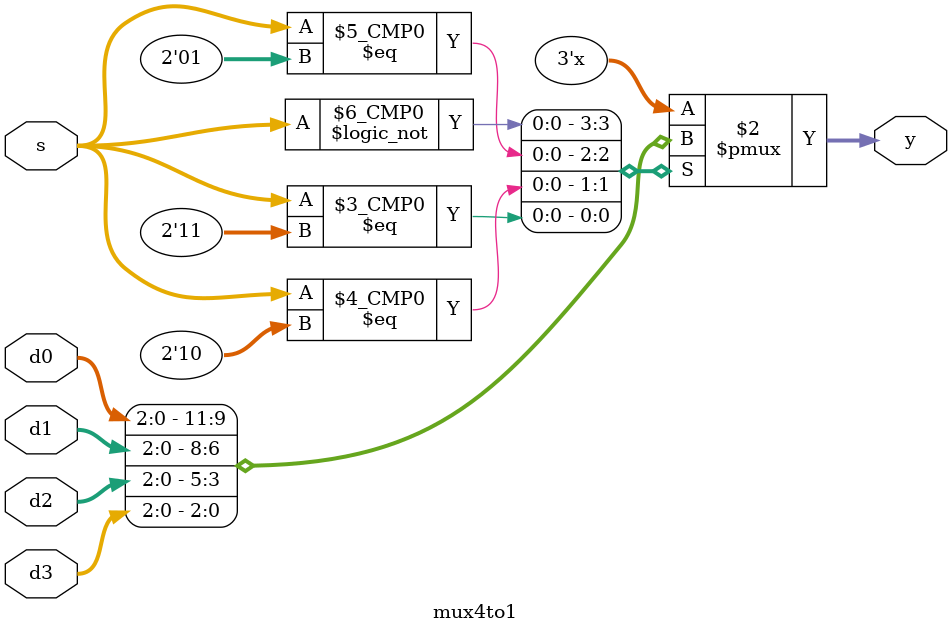
<source format=v>
`timescale 1ns / 1ps


module mux4to1(
    output reg [2:0] y, // ×¢Òâ´Ë´¦ y ÀàÐÍÎª reg¡£
    input [2:0]d0,d1,d2,d3, // ÉùÃ÷ 4 ¸ö wire ÐÍÊäÈë±äÁ¿ d0-d3£¬Æä¿í¶ÈÎª 3 Î»¡£
    input [1:0]s // ÉùÃ÷ 1 ¸ö wire ÐÍÊäÈë±äÁ¿ s£¬Æä¿í¶ÈÎª 2 Î»¡£
    );
    always @(*) //Ïàµ±ÓÚ @( s0, s1, d0, d1, d2, d3)
        case (s)
            2'b00: y=d0;
            2'b01: y=d1;
            2'b10: y=d2;
            2'b11: y=d3;
        endcase
endmodule

</source>
